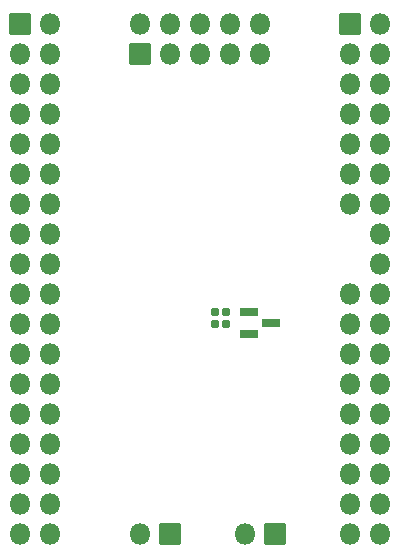
<source format=gbr>
G04 #@! TF.GenerationSoftware,KiCad,Pcbnew,(7.0.0)*
G04 #@! TF.CreationDate,2023-06-23T19:03:52+10:00*
G04 #@! TF.ProjectId,RP2040_minimal,52503230-3430-45f6-9d69-6e696d616c2e,REV1*
G04 #@! TF.SameCoordinates,Original*
G04 #@! TF.FileFunction,Soldermask,Top*
G04 #@! TF.FilePolarity,Negative*
%FSLAX46Y46*%
G04 Gerber Fmt 4.6, Leading zero omitted, Abs format (unit mm)*
G04 Created by KiCad (PCBNEW (7.0.0)) date 2023-06-23 19:03:52*
%MOMM*%
%LPD*%
G01*
G04 APERTURE LIST*
G04 Aperture macros list*
%AMRoundRect*
0 Rectangle with rounded corners*
0 $1 Rounding radius*
0 $2 $3 $4 $5 $6 $7 $8 $9 X,Y pos of 4 corners*
0 Add a 4 corners polygon primitive as box body*
4,1,4,$2,$3,$4,$5,$6,$7,$8,$9,$2,$3,0*
0 Add four circle primitives for the rounded corners*
1,1,$1+$1,$2,$3*
1,1,$1+$1,$4,$5*
1,1,$1+$1,$6,$7*
1,1,$1+$1,$8,$9*
0 Add four rect primitives between the rounded corners*
20,1,$1+$1,$2,$3,$4,$5,0*
20,1,$1+$1,$4,$5,$6,$7,0*
20,1,$1+$1,$6,$7,$8,$9,0*
20,1,$1+$1,$8,$9,$2,$3,0*%
G04 Aperture macros list end*
%ADD10RoundRect,0.051000X-0.850000X0.850000X-0.850000X-0.850000X0.850000X-0.850000X0.850000X0.850000X0*%
%ADD11O,1.802000X1.802000*%
%ADD12RoundRect,0.051000X0.850000X-0.850000X0.850000X0.850000X-0.850000X0.850000X-0.850000X-0.850000X0*%
%ADD13RoundRect,0.051000X-0.850000X-0.850000X0.850000X-0.850000X0.850000X0.850000X-0.850000X0.850000X0*%
%ADD14RoundRect,0.201000X-0.587500X-0.150000X0.587500X-0.150000X0.587500X0.150000X-0.587500X0.150000X0*%
%ADD15RoundRect,0.191000X0.170000X-0.140000X0.170000X0.140000X-0.170000X0.140000X-0.170000X-0.140000X0*%
%ADD16RoundRect,0.191000X-0.170000X0.140000X-0.170000X-0.140000X0.170000X-0.140000X0.170000X0.140000X0*%
G04 APERTURE END LIST*
D10*
X166370000Y-121920000D03*
D11*
X163829999Y-121919999D03*
D12*
X154940000Y-81280000D03*
D11*
X154939999Y-78739999D03*
X157479999Y-81279999D03*
X157479999Y-78739999D03*
X160019999Y-81279999D03*
X160019999Y-78739999D03*
X162559999Y-81279999D03*
X162559999Y-78739999D03*
X165099999Y-81279999D03*
X165099999Y-78739999D03*
X175259999Y-121919999D03*
X172719999Y-121919999D03*
X175259999Y-119379999D03*
X172719999Y-119379999D03*
X175259999Y-116839999D03*
X172719999Y-116839999D03*
X175259999Y-114299999D03*
X172719999Y-114299999D03*
X175259999Y-111759999D03*
X172719999Y-111759999D03*
X175259999Y-109219999D03*
X172719999Y-109219999D03*
X175259999Y-106679999D03*
X172719999Y-106679999D03*
X175259999Y-104139999D03*
X172719999Y-104139999D03*
X175259999Y-101599999D03*
X172719999Y-101599999D03*
X175259999Y-99059999D03*
X175259999Y-96519999D03*
X175259999Y-93979999D03*
X172719999Y-93979999D03*
X175259999Y-91439999D03*
X172719999Y-91439999D03*
X175259999Y-88899999D03*
X172719999Y-88899999D03*
X175259999Y-86359999D03*
X172719999Y-86359999D03*
X175259999Y-83819999D03*
X172719999Y-83819999D03*
X175259999Y-81279999D03*
X172719999Y-81279999D03*
X175259999Y-78739999D03*
D13*
X172720000Y-78740000D03*
D14*
X164160000Y-103088800D03*
X164160000Y-104988800D03*
X166035000Y-104038800D03*
D15*
X162229600Y-104099600D03*
X162229600Y-103139600D03*
D16*
X161264400Y-103139600D03*
X161264400Y-104099600D03*
D13*
X144780000Y-78740000D03*
D11*
X147319999Y-78739999D03*
X144779999Y-81279999D03*
X147319999Y-81279999D03*
X144779999Y-83819999D03*
X147319999Y-83819999D03*
X144779999Y-86359999D03*
X147319999Y-86359999D03*
X144779999Y-88899999D03*
X147319999Y-88899999D03*
X144779999Y-91439999D03*
X147319999Y-91439999D03*
X144779999Y-93979999D03*
X147319999Y-93979999D03*
X144779999Y-96519999D03*
X147319999Y-96519999D03*
X144779999Y-99059999D03*
X147319999Y-99059999D03*
X144779999Y-101599999D03*
X147319999Y-101599999D03*
X144779999Y-104139999D03*
X147319999Y-104139999D03*
X144779999Y-106679999D03*
X147319999Y-106679999D03*
X144779999Y-109219999D03*
X147319999Y-109219999D03*
X144779999Y-111759999D03*
X147319999Y-111759999D03*
X144779999Y-114299999D03*
X147319999Y-114299999D03*
X144779999Y-116839999D03*
X147319999Y-116839999D03*
X144779999Y-119379999D03*
X147319999Y-119379999D03*
X144779999Y-121919999D03*
X147319999Y-121919999D03*
D10*
X157480000Y-121920000D03*
D11*
X154939999Y-121919999D03*
M02*

</source>
